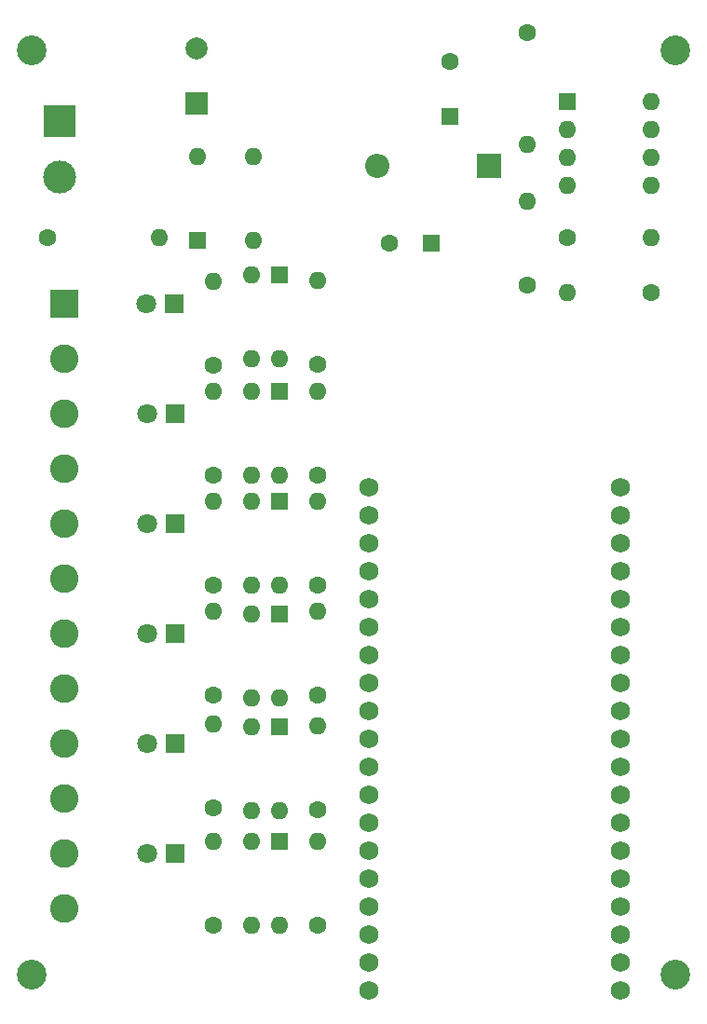
<source format=gbr>
%TF.GenerationSoftware,KiCad,Pcbnew,8.0.4*%
%TF.CreationDate,2024-09-13T06:36:19-04:00*%
%TF.ProjectId,UpTime,55705469-6d65-42e6-9b69-6361645f7063,rev?*%
%TF.SameCoordinates,Original*%
%TF.FileFunction,Soldermask,Bot*%
%TF.FilePolarity,Negative*%
%FSLAX46Y46*%
G04 Gerber Fmt 4.6, Leading zero omitted, Abs format (unit mm)*
G04 Created by KiCad (PCBNEW 8.0.4) date 2024-09-13 06:36:19*
%MOMM*%
%LPD*%
G01*
G04 APERTURE LIST*
%ADD10C,2.700000*%
%ADD11C,1.600000*%
%ADD12O,1.600000X1.600000*%
%ADD13R,1.800000X1.800000*%
%ADD14C,1.800000*%
%ADD15R,1.600000X1.600000*%
%ADD16R,2.000000X2.000000*%
%ADD17C,2.000000*%
%ADD18R,3.000000X3.000000*%
%ADD19C,3.000000*%
%ADD20R,2.600000X2.600000*%
%ADD21C,2.600000*%
%ADD22C,1.728000*%
%ADD23R,2.200000X2.200000*%
%ADD24O,2.200000X2.200000*%
G04 APERTURE END LIST*
D10*
%TO.C,REF\u002A\u002A*%
X178500000Y-56500000D03*
%TD*%
D11*
%TO.C,R7*%
X136500000Y-115120000D03*
D12*
X136500000Y-107500000D03*
%TD*%
D13*
%TO.C,D7*%
X133000000Y-119500000D03*
D14*
X130460000Y-119500000D03*
%TD*%
D15*
%TO.C,U4*%
X142540000Y-97500000D03*
D12*
X140000000Y-97500000D03*
X140000000Y-105120000D03*
X142540000Y-105120000D03*
%TD*%
D10*
%TO.C,REF\u002A\u002A*%
X178500000Y-140500000D03*
%TD*%
D16*
%TO.C,C1*%
X135000000Y-61367677D03*
D17*
X135000000Y-56367677D03*
%TD*%
D11*
%TO.C,R2*%
X146000000Y-85000000D03*
D12*
X146000000Y-77380000D03*
%TD*%
D15*
%TO.C,U8*%
X142500000Y-128380000D03*
D12*
X139960000Y-128380000D03*
X139960000Y-136000000D03*
X142500000Y-136000000D03*
%TD*%
D11*
%TO.C,R12*%
X136500000Y-125310000D03*
D12*
X136500000Y-117690000D03*
%TD*%
D11*
%TO.C,L1*%
X165000000Y-54920000D03*
D12*
X165000000Y-65080000D03*
%TD*%
D11*
%TO.C,R15*%
X146000000Y-136000000D03*
D12*
X146000000Y-128380000D03*
%TD*%
D11*
%TO.C,R11*%
X176310000Y-78500000D03*
D12*
X168690000Y-78500000D03*
%TD*%
D18*
%TO.C,J8*%
X122500000Y-62960000D03*
D19*
X122500000Y-68040000D03*
%TD*%
D13*
%TO.C,D2*%
X133000000Y-89500000D03*
D14*
X130460000Y-89500000D03*
%TD*%
D15*
%TO.C,C2*%
X158000000Y-62500000D03*
D11*
X158000000Y-57500000D03*
%TD*%
D15*
%TO.C,U6*%
X142540000Y-118000000D03*
D12*
X140000000Y-118000000D03*
X140000000Y-125620000D03*
X142540000Y-125620000D03*
%TD*%
D20*
%TO.C,J7*%
X123000000Y-79500000D03*
D21*
X123000000Y-84500000D03*
X123000000Y-89500000D03*
X123000000Y-94500000D03*
X123000000Y-99500000D03*
X123000000Y-104500000D03*
X123000000Y-109500000D03*
X123000000Y-114500000D03*
X123000000Y-119500000D03*
X123000000Y-124500000D03*
X123000000Y-129500000D03*
X123000000Y-134500000D03*
%TD*%
D13*
%TO.C,D3*%
X133000000Y-99500000D03*
D14*
X130460000Y-99500000D03*
%TD*%
D11*
%TO.C,R4*%
X146000000Y-95120000D03*
D12*
X146000000Y-87500000D03*
%TD*%
D13*
%TO.C,D1*%
X132960000Y-79500000D03*
D14*
X130420000Y-79500000D03*
%TD*%
D15*
%TO.C,U3*%
X142540000Y-87500000D03*
D12*
X140000000Y-87500000D03*
X140000000Y-95120000D03*
X142540000Y-95120000D03*
%TD*%
D11*
%TO.C,R10*%
X168690000Y-73500000D03*
D12*
X176310000Y-73500000D03*
%TD*%
D15*
%TO.C,D5*%
X135100000Y-73810000D03*
D12*
X140180000Y-73810000D03*
X140180000Y-66190000D03*
X135100000Y-66190000D03*
%TD*%
D11*
%TO.C,R5*%
X136500000Y-105120000D03*
D12*
X136500000Y-97500000D03*
%TD*%
D11*
%TO.C,F1*%
X121420000Y-73500000D03*
D12*
X131580000Y-73500000D03*
%TD*%
D13*
%TO.C,D4*%
X133000000Y-109500000D03*
D14*
X130460000Y-109500000D03*
%TD*%
D11*
%TO.C,R8*%
X146000000Y-115120000D03*
D12*
X146000000Y-107500000D03*
%TD*%
D15*
%TO.C,U7*%
X168700000Y-61200000D03*
D12*
X168700000Y-63740000D03*
X168700000Y-66280000D03*
X168700000Y-68820000D03*
X176320000Y-68820000D03*
X176320000Y-66280000D03*
X176320000Y-63740000D03*
X176320000Y-61200000D03*
%TD*%
D11*
%TO.C,R13*%
X136500000Y-136000000D03*
D12*
X136500000Y-128380000D03*
%TD*%
D15*
%TO.C,C3*%
X156300000Y-74000000D03*
D11*
X152500000Y-74000000D03*
%TD*%
%TO.C,R14*%
X146000000Y-125500000D03*
D12*
X146000000Y-117880000D03*
%TD*%
D13*
%TO.C,D8*%
X133000000Y-129500000D03*
D14*
X130460000Y-129500000D03*
%TD*%
D22*
%TO.C,U1*%
X173500000Y-141900000D03*
X173500000Y-139360000D03*
X173500000Y-136820000D03*
X173500000Y-134280000D03*
X173500000Y-131740000D03*
X173500000Y-129200000D03*
X173500000Y-126660000D03*
X173500000Y-124120000D03*
X173500000Y-121580000D03*
X173500000Y-119040000D03*
X173500000Y-116500000D03*
X173500000Y-113960000D03*
X173500000Y-111420000D03*
X173500000Y-108880000D03*
X173500000Y-106340000D03*
X173500000Y-103800000D03*
X173500000Y-101260000D03*
X173500000Y-98720000D03*
X173500000Y-96180000D03*
X150640000Y-141900000D03*
X150640000Y-139360000D03*
X150640000Y-136820000D03*
X150640000Y-134280000D03*
X150640000Y-131740000D03*
X150640000Y-129200000D03*
X150640000Y-126660000D03*
X150640000Y-124120000D03*
X150640000Y-121580000D03*
X150640000Y-119040000D03*
X150640000Y-116500000D03*
X150640000Y-113960000D03*
X150640000Y-111420000D03*
X150640000Y-108880000D03*
X150640000Y-106340000D03*
X150640000Y-103800000D03*
X150640000Y-101260000D03*
X150640000Y-98720000D03*
X150640000Y-96180000D03*
%TD*%
D23*
%TO.C,D6*%
X161580000Y-67000000D03*
D24*
X151420000Y-67000000D03*
%TD*%
D15*
%TO.C,U2*%
X142500000Y-76880000D03*
D12*
X139960000Y-76880000D03*
X139960000Y-84500000D03*
X142500000Y-84500000D03*
%TD*%
D11*
%TO.C,R3*%
X136500000Y-95120000D03*
D12*
X136500000Y-87500000D03*
%TD*%
D10*
%TO.C,REF\u002A\u002A*%
X120000000Y-56500000D03*
%TD*%
D11*
%TO.C,R1*%
X136500000Y-85120000D03*
D12*
X136500000Y-77500000D03*
%TD*%
D15*
%TO.C,U5*%
X142500000Y-107700000D03*
D12*
X139960000Y-107700000D03*
X139960000Y-115320000D03*
X142500000Y-115320000D03*
%TD*%
D11*
%TO.C,R9*%
X165000000Y-77810000D03*
D12*
X165000000Y-70190000D03*
%TD*%
D11*
%TO.C,R6*%
X146000000Y-105120000D03*
D12*
X146000000Y-97500000D03*
%TD*%
D10*
%TO.C,REF\u002A\u002A*%
X120000000Y-140500000D03*
%TD*%
M02*

</source>
